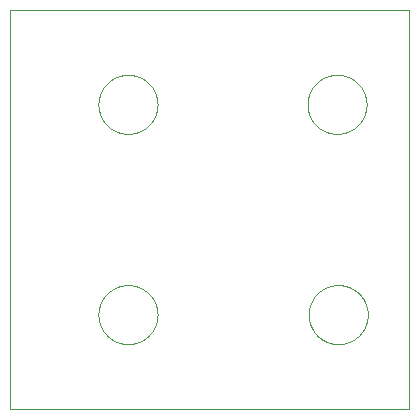
<source format=gbp>
G75*
%MOIN*%
%OFA0B0*%
%FSLAX25Y25*%
%IPPOS*%
%LPD*%
%AMOC8*
5,1,8,0,0,1.08239X$1,22.5*
%
%ADD10C,0.00000*%
D10*
X0001310Y0001539D02*
X0134381Y0001539D01*
X0134381Y0134610D01*
X0001310Y0134610D01*
X0001310Y0001539D01*
X0030798Y0032996D02*
X0030801Y0033238D01*
X0030810Y0033479D01*
X0030825Y0033720D01*
X0030845Y0033961D01*
X0030872Y0034201D01*
X0030905Y0034440D01*
X0030943Y0034679D01*
X0030987Y0034916D01*
X0031037Y0035153D01*
X0031093Y0035388D01*
X0031155Y0035621D01*
X0031222Y0035853D01*
X0031295Y0036084D01*
X0031373Y0036312D01*
X0031458Y0036538D01*
X0031547Y0036763D01*
X0031642Y0036985D01*
X0031743Y0037204D01*
X0031849Y0037422D01*
X0031960Y0037636D01*
X0032077Y0037848D01*
X0032198Y0038056D01*
X0032325Y0038262D01*
X0032457Y0038464D01*
X0032594Y0038664D01*
X0032735Y0038859D01*
X0032881Y0039052D01*
X0033032Y0039240D01*
X0033188Y0039425D01*
X0033348Y0039606D01*
X0033512Y0039783D01*
X0033681Y0039956D01*
X0033854Y0040125D01*
X0034031Y0040289D01*
X0034212Y0040449D01*
X0034397Y0040605D01*
X0034585Y0040756D01*
X0034778Y0040902D01*
X0034973Y0041043D01*
X0035173Y0041180D01*
X0035375Y0041312D01*
X0035581Y0041439D01*
X0035789Y0041560D01*
X0036001Y0041677D01*
X0036215Y0041788D01*
X0036433Y0041894D01*
X0036652Y0041995D01*
X0036874Y0042090D01*
X0037099Y0042179D01*
X0037325Y0042264D01*
X0037553Y0042342D01*
X0037784Y0042415D01*
X0038016Y0042482D01*
X0038249Y0042544D01*
X0038484Y0042600D01*
X0038721Y0042650D01*
X0038958Y0042694D01*
X0039197Y0042732D01*
X0039436Y0042765D01*
X0039676Y0042792D01*
X0039917Y0042812D01*
X0040158Y0042827D01*
X0040399Y0042836D01*
X0040641Y0042839D01*
X0040883Y0042836D01*
X0041124Y0042827D01*
X0041365Y0042812D01*
X0041606Y0042792D01*
X0041846Y0042765D01*
X0042085Y0042732D01*
X0042324Y0042694D01*
X0042561Y0042650D01*
X0042798Y0042600D01*
X0043033Y0042544D01*
X0043266Y0042482D01*
X0043498Y0042415D01*
X0043729Y0042342D01*
X0043957Y0042264D01*
X0044183Y0042179D01*
X0044408Y0042090D01*
X0044630Y0041995D01*
X0044849Y0041894D01*
X0045067Y0041788D01*
X0045281Y0041677D01*
X0045493Y0041560D01*
X0045701Y0041439D01*
X0045907Y0041312D01*
X0046109Y0041180D01*
X0046309Y0041043D01*
X0046504Y0040902D01*
X0046697Y0040756D01*
X0046885Y0040605D01*
X0047070Y0040449D01*
X0047251Y0040289D01*
X0047428Y0040125D01*
X0047601Y0039956D01*
X0047770Y0039783D01*
X0047934Y0039606D01*
X0048094Y0039425D01*
X0048250Y0039240D01*
X0048401Y0039052D01*
X0048547Y0038859D01*
X0048688Y0038664D01*
X0048825Y0038464D01*
X0048957Y0038262D01*
X0049084Y0038056D01*
X0049205Y0037848D01*
X0049322Y0037636D01*
X0049433Y0037422D01*
X0049539Y0037204D01*
X0049640Y0036985D01*
X0049735Y0036763D01*
X0049824Y0036538D01*
X0049909Y0036312D01*
X0049987Y0036084D01*
X0050060Y0035853D01*
X0050127Y0035621D01*
X0050189Y0035388D01*
X0050245Y0035153D01*
X0050295Y0034916D01*
X0050339Y0034679D01*
X0050377Y0034440D01*
X0050410Y0034201D01*
X0050437Y0033961D01*
X0050457Y0033720D01*
X0050472Y0033479D01*
X0050481Y0033238D01*
X0050484Y0032996D01*
X0050481Y0032754D01*
X0050472Y0032513D01*
X0050457Y0032272D01*
X0050437Y0032031D01*
X0050410Y0031791D01*
X0050377Y0031552D01*
X0050339Y0031313D01*
X0050295Y0031076D01*
X0050245Y0030839D01*
X0050189Y0030604D01*
X0050127Y0030371D01*
X0050060Y0030139D01*
X0049987Y0029908D01*
X0049909Y0029680D01*
X0049824Y0029454D01*
X0049735Y0029229D01*
X0049640Y0029007D01*
X0049539Y0028788D01*
X0049433Y0028570D01*
X0049322Y0028356D01*
X0049205Y0028144D01*
X0049084Y0027936D01*
X0048957Y0027730D01*
X0048825Y0027528D01*
X0048688Y0027328D01*
X0048547Y0027133D01*
X0048401Y0026940D01*
X0048250Y0026752D01*
X0048094Y0026567D01*
X0047934Y0026386D01*
X0047770Y0026209D01*
X0047601Y0026036D01*
X0047428Y0025867D01*
X0047251Y0025703D01*
X0047070Y0025543D01*
X0046885Y0025387D01*
X0046697Y0025236D01*
X0046504Y0025090D01*
X0046309Y0024949D01*
X0046109Y0024812D01*
X0045907Y0024680D01*
X0045701Y0024553D01*
X0045493Y0024432D01*
X0045281Y0024315D01*
X0045067Y0024204D01*
X0044849Y0024098D01*
X0044630Y0023997D01*
X0044408Y0023902D01*
X0044183Y0023813D01*
X0043957Y0023728D01*
X0043729Y0023650D01*
X0043498Y0023577D01*
X0043266Y0023510D01*
X0043033Y0023448D01*
X0042798Y0023392D01*
X0042561Y0023342D01*
X0042324Y0023298D01*
X0042085Y0023260D01*
X0041846Y0023227D01*
X0041606Y0023200D01*
X0041365Y0023180D01*
X0041124Y0023165D01*
X0040883Y0023156D01*
X0040641Y0023153D01*
X0040399Y0023156D01*
X0040158Y0023165D01*
X0039917Y0023180D01*
X0039676Y0023200D01*
X0039436Y0023227D01*
X0039197Y0023260D01*
X0038958Y0023298D01*
X0038721Y0023342D01*
X0038484Y0023392D01*
X0038249Y0023448D01*
X0038016Y0023510D01*
X0037784Y0023577D01*
X0037553Y0023650D01*
X0037325Y0023728D01*
X0037099Y0023813D01*
X0036874Y0023902D01*
X0036652Y0023997D01*
X0036433Y0024098D01*
X0036215Y0024204D01*
X0036001Y0024315D01*
X0035789Y0024432D01*
X0035581Y0024553D01*
X0035375Y0024680D01*
X0035173Y0024812D01*
X0034973Y0024949D01*
X0034778Y0025090D01*
X0034585Y0025236D01*
X0034397Y0025387D01*
X0034212Y0025543D01*
X0034031Y0025703D01*
X0033854Y0025867D01*
X0033681Y0026036D01*
X0033512Y0026209D01*
X0033348Y0026386D01*
X0033188Y0026567D01*
X0033032Y0026752D01*
X0032881Y0026940D01*
X0032735Y0027133D01*
X0032594Y0027328D01*
X0032457Y0027528D01*
X0032325Y0027730D01*
X0032198Y0027936D01*
X0032077Y0028144D01*
X0031960Y0028356D01*
X0031849Y0028570D01*
X0031743Y0028788D01*
X0031642Y0029007D01*
X0031547Y0029229D01*
X0031458Y0029454D01*
X0031373Y0029680D01*
X0031295Y0029908D01*
X0031222Y0030139D01*
X0031155Y0030371D01*
X0031093Y0030604D01*
X0031037Y0030839D01*
X0030987Y0031076D01*
X0030943Y0031313D01*
X0030905Y0031552D01*
X0030872Y0031791D01*
X0030845Y0032031D01*
X0030825Y0032272D01*
X0030810Y0032513D01*
X0030801Y0032754D01*
X0030798Y0032996D01*
X0030798Y0103075D02*
X0030801Y0103317D01*
X0030810Y0103558D01*
X0030825Y0103799D01*
X0030845Y0104040D01*
X0030872Y0104280D01*
X0030905Y0104519D01*
X0030943Y0104758D01*
X0030987Y0104995D01*
X0031037Y0105232D01*
X0031093Y0105467D01*
X0031155Y0105700D01*
X0031222Y0105932D01*
X0031295Y0106163D01*
X0031373Y0106391D01*
X0031458Y0106617D01*
X0031547Y0106842D01*
X0031642Y0107064D01*
X0031743Y0107283D01*
X0031849Y0107501D01*
X0031960Y0107715D01*
X0032077Y0107927D01*
X0032198Y0108135D01*
X0032325Y0108341D01*
X0032457Y0108543D01*
X0032594Y0108743D01*
X0032735Y0108938D01*
X0032881Y0109131D01*
X0033032Y0109319D01*
X0033188Y0109504D01*
X0033348Y0109685D01*
X0033512Y0109862D01*
X0033681Y0110035D01*
X0033854Y0110204D01*
X0034031Y0110368D01*
X0034212Y0110528D01*
X0034397Y0110684D01*
X0034585Y0110835D01*
X0034778Y0110981D01*
X0034973Y0111122D01*
X0035173Y0111259D01*
X0035375Y0111391D01*
X0035581Y0111518D01*
X0035789Y0111639D01*
X0036001Y0111756D01*
X0036215Y0111867D01*
X0036433Y0111973D01*
X0036652Y0112074D01*
X0036874Y0112169D01*
X0037099Y0112258D01*
X0037325Y0112343D01*
X0037553Y0112421D01*
X0037784Y0112494D01*
X0038016Y0112561D01*
X0038249Y0112623D01*
X0038484Y0112679D01*
X0038721Y0112729D01*
X0038958Y0112773D01*
X0039197Y0112811D01*
X0039436Y0112844D01*
X0039676Y0112871D01*
X0039917Y0112891D01*
X0040158Y0112906D01*
X0040399Y0112915D01*
X0040641Y0112918D01*
X0040883Y0112915D01*
X0041124Y0112906D01*
X0041365Y0112891D01*
X0041606Y0112871D01*
X0041846Y0112844D01*
X0042085Y0112811D01*
X0042324Y0112773D01*
X0042561Y0112729D01*
X0042798Y0112679D01*
X0043033Y0112623D01*
X0043266Y0112561D01*
X0043498Y0112494D01*
X0043729Y0112421D01*
X0043957Y0112343D01*
X0044183Y0112258D01*
X0044408Y0112169D01*
X0044630Y0112074D01*
X0044849Y0111973D01*
X0045067Y0111867D01*
X0045281Y0111756D01*
X0045493Y0111639D01*
X0045701Y0111518D01*
X0045907Y0111391D01*
X0046109Y0111259D01*
X0046309Y0111122D01*
X0046504Y0110981D01*
X0046697Y0110835D01*
X0046885Y0110684D01*
X0047070Y0110528D01*
X0047251Y0110368D01*
X0047428Y0110204D01*
X0047601Y0110035D01*
X0047770Y0109862D01*
X0047934Y0109685D01*
X0048094Y0109504D01*
X0048250Y0109319D01*
X0048401Y0109131D01*
X0048547Y0108938D01*
X0048688Y0108743D01*
X0048825Y0108543D01*
X0048957Y0108341D01*
X0049084Y0108135D01*
X0049205Y0107927D01*
X0049322Y0107715D01*
X0049433Y0107501D01*
X0049539Y0107283D01*
X0049640Y0107064D01*
X0049735Y0106842D01*
X0049824Y0106617D01*
X0049909Y0106391D01*
X0049987Y0106163D01*
X0050060Y0105932D01*
X0050127Y0105700D01*
X0050189Y0105467D01*
X0050245Y0105232D01*
X0050295Y0104995D01*
X0050339Y0104758D01*
X0050377Y0104519D01*
X0050410Y0104280D01*
X0050437Y0104040D01*
X0050457Y0103799D01*
X0050472Y0103558D01*
X0050481Y0103317D01*
X0050484Y0103075D01*
X0050481Y0102833D01*
X0050472Y0102592D01*
X0050457Y0102351D01*
X0050437Y0102110D01*
X0050410Y0101870D01*
X0050377Y0101631D01*
X0050339Y0101392D01*
X0050295Y0101155D01*
X0050245Y0100918D01*
X0050189Y0100683D01*
X0050127Y0100450D01*
X0050060Y0100218D01*
X0049987Y0099987D01*
X0049909Y0099759D01*
X0049824Y0099533D01*
X0049735Y0099308D01*
X0049640Y0099086D01*
X0049539Y0098867D01*
X0049433Y0098649D01*
X0049322Y0098435D01*
X0049205Y0098223D01*
X0049084Y0098015D01*
X0048957Y0097809D01*
X0048825Y0097607D01*
X0048688Y0097407D01*
X0048547Y0097212D01*
X0048401Y0097019D01*
X0048250Y0096831D01*
X0048094Y0096646D01*
X0047934Y0096465D01*
X0047770Y0096288D01*
X0047601Y0096115D01*
X0047428Y0095946D01*
X0047251Y0095782D01*
X0047070Y0095622D01*
X0046885Y0095466D01*
X0046697Y0095315D01*
X0046504Y0095169D01*
X0046309Y0095028D01*
X0046109Y0094891D01*
X0045907Y0094759D01*
X0045701Y0094632D01*
X0045493Y0094511D01*
X0045281Y0094394D01*
X0045067Y0094283D01*
X0044849Y0094177D01*
X0044630Y0094076D01*
X0044408Y0093981D01*
X0044183Y0093892D01*
X0043957Y0093807D01*
X0043729Y0093729D01*
X0043498Y0093656D01*
X0043266Y0093589D01*
X0043033Y0093527D01*
X0042798Y0093471D01*
X0042561Y0093421D01*
X0042324Y0093377D01*
X0042085Y0093339D01*
X0041846Y0093306D01*
X0041606Y0093279D01*
X0041365Y0093259D01*
X0041124Y0093244D01*
X0040883Y0093235D01*
X0040641Y0093232D01*
X0040399Y0093235D01*
X0040158Y0093244D01*
X0039917Y0093259D01*
X0039676Y0093279D01*
X0039436Y0093306D01*
X0039197Y0093339D01*
X0038958Y0093377D01*
X0038721Y0093421D01*
X0038484Y0093471D01*
X0038249Y0093527D01*
X0038016Y0093589D01*
X0037784Y0093656D01*
X0037553Y0093729D01*
X0037325Y0093807D01*
X0037099Y0093892D01*
X0036874Y0093981D01*
X0036652Y0094076D01*
X0036433Y0094177D01*
X0036215Y0094283D01*
X0036001Y0094394D01*
X0035789Y0094511D01*
X0035581Y0094632D01*
X0035375Y0094759D01*
X0035173Y0094891D01*
X0034973Y0095028D01*
X0034778Y0095169D01*
X0034585Y0095315D01*
X0034397Y0095466D01*
X0034212Y0095622D01*
X0034031Y0095782D01*
X0033854Y0095946D01*
X0033681Y0096115D01*
X0033512Y0096288D01*
X0033348Y0096465D01*
X0033188Y0096646D01*
X0033032Y0096831D01*
X0032881Y0097019D01*
X0032735Y0097212D01*
X0032594Y0097407D01*
X0032457Y0097607D01*
X0032325Y0097809D01*
X0032198Y0098015D01*
X0032077Y0098223D01*
X0031960Y0098435D01*
X0031849Y0098649D01*
X0031743Y0098867D01*
X0031642Y0099086D01*
X0031547Y0099308D01*
X0031458Y0099533D01*
X0031373Y0099759D01*
X0031295Y0099987D01*
X0031222Y0100218D01*
X0031155Y0100450D01*
X0031093Y0100683D01*
X0031037Y0100918D01*
X0030987Y0101155D01*
X0030943Y0101392D01*
X0030905Y0101631D01*
X0030872Y0101870D01*
X0030845Y0102110D01*
X0030825Y0102351D01*
X0030810Y0102592D01*
X0030801Y0102833D01*
X0030798Y0103075D01*
X0100483Y0103075D02*
X0100486Y0103317D01*
X0100495Y0103558D01*
X0100510Y0103799D01*
X0100530Y0104040D01*
X0100557Y0104280D01*
X0100590Y0104519D01*
X0100628Y0104758D01*
X0100672Y0104995D01*
X0100722Y0105232D01*
X0100778Y0105467D01*
X0100840Y0105700D01*
X0100907Y0105932D01*
X0100980Y0106163D01*
X0101058Y0106391D01*
X0101143Y0106617D01*
X0101232Y0106842D01*
X0101327Y0107064D01*
X0101428Y0107283D01*
X0101534Y0107501D01*
X0101645Y0107715D01*
X0101762Y0107927D01*
X0101883Y0108135D01*
X0102010Y0108341D01*
X0102142Y0108543D01*
X0102279Y0108743D01*
X0102420Y0108938D01*
X0102566Y0109131D01*
X0102717Y0109319D01*
X0102873Y0109504D01*
X0103033Y0109685D01*
X0103197Y0109862D01*
X0103366Y0110035D01*
X0103539Y0110204D01*
X0103716Y0110368D01*
X0103897Y0110528D01*
X0104082Y0110684D01*
X0104270Y0110835D01*
X0104463Y0110981D01*
X0104658Y0111122D01*
X0104858Y0111259D01*
X0105060Y0111391D01*
X0105266Y0111518D01*
X0105474Y0111639D01*
X0105686Y0111756D01*
X0105900Y0111867D01*
X0106118Y0111973D01*
X0106337Y0112074D01*
X0106559Y0112169D01*
X0106784Y0112258D01*
X0107010Y0112343D01*
X0107238Y0112421D01*
X0107469Y0112494D01*
X0107701Y0112561D01*
X0107934Y0112623D01*
X0108169Y0112679D01*
X0108406Y0112729D01*
X0108643Y0112773D01*
X0108882Y0112811D01*
X0109121Y0112844D01*
X0109361Y0112871D01*
X0109602Y0112891D01*
X0109843Y0112906D01*
X0110084Y0112915D01*
X0110326Y0112918D01*
X0110568Y0112915D01*
X0110809Y0112906D01*
X0111050Y0112891D01*
X0111291Y0112871D01*
X0111531Y0112844D01*
X0111770Y0112811D01*
X0112009Y0112773D01*
X0112246Y0112729D01*
X0112483Y0112679D01*
X0112718Y0112623D01*
X0112951Y0112561D01*
X0113183Y0112494D01*
X0113414Y0112421D01*
X0113642Y0112343D01*
X0113868Y0112258D01*
X0114093Y0112169D01*
X0114315Y0112074D01*
X0114534Y0111973D01*
X0114752Y0111867D01*
X0114966Y0111756D01*
X0115178Y0111639D01*
X0115386Y0111518D01*
X0115592Y0111391D01*
X0115794Y0111259D01*
X0115994Y0111122D01*
X0116189Y0110981D01*
X0116382Y0110835D01*
X0116570Y0110684D01*
X0116755Y0110528D01*
X0116936Y0110368D01*
X0117113Y0110204D01*
X0117286Y0110035D01*
X0117455Y0109862D01*
X0117619Y0109685D01*
X0117779Y0109504D01*
X0117935Y0109319D01*
X0118086Y0109131D01*
X0118232Y0108938D01*
X0118373Y0108743D01*
X0118510Y0108543D01*
X0118642Y0108341D01*
X0118769Y0108135D01*
X0118890Y0107927D01*
X0119007Y0107715D01*
X0119118Y0107501D01*
X0119224Y0107283D01*
X0119325Y0107064D01*
X0119420Y0106842D01*
X0119509Y0106617D01*
X0119594Y0106391D01*
X0119672Y0106163D01*
X0119745Y0105932D01*
X0119812Y0105700D01*
X0119874Y0105467D01*
X0119930Y0105232D01*
X0119980Y0104995D01*
X0120024Y0104758D01*
X0120062Y0104519D01*
X0120095Y0104280D01*
X0120122Y0104040D01*
X0120142Y0103799D01*
X0120157Y0103558D01*
X0120166Y0103317D01*
X0120169Y0103075D01*
X0120166Y0102833D01*
X0120157Y0102592D01*
X0120142Y0102351D01*
X0120122Y0102110D01*
X0120095Y0101870D01*
X0120062Y0101631D01*
X0120024Y0101392D01*
X0119980Y0101155D01*
X0119930Y0100918D01*
X0119874Y0100683D01*
X0119812Y0100450D01*
X0119745Y0100218D01*
X0119672Y0099987D01*
X0119594Y0099759D01*
X0119509Y0099533D01*
X0119420Y0099308D01*
X0119325Y0099086D01*
X0119224Y0098867D01*
X0119118Y0098649D01*
X0119007Y0098435D01*
X0118890Y0098223D01*
X0118769Y0098015D01*
X0118642Y0097809D01*
X0118510Y0097607D01*
X0118373Y0097407D01*
X0118232Y0097212D01*
X0118086Y0097019D01*
X0117935Y0096831D01*
X0117779Y0096646D01*
X0117619Y0096465D01*
X0117455Y0096288D01*
X0117286Y0096115D01*
X0117113Y0095946D01*
X0116936Y0095782D01*
X0116755Y0095622D01*
X0116570Y0095466D01*
X0116382Y0095315D01*
X0116189Y0095169D01*
X0115994Y0095028D01*
X0115794Y0094891D01*
X0115592Y0094759D01*
X0115386Y0094632D01*
X0115178Y0094511D01*
X0114966Y0094394D01*
X0114752Y0094283D01*
X0114534Y0094177D01*
X0114315Y0094076D01*
X0114093Y0093981D01*
X0113868Y0093892D01*
X0113642Y0093807D01*
X0113414Y0093729D01*
X0113183Y0093656D01*
X0112951Y0093589D01*
X0112718Y0093527D01*
X0112483Y0093471D01*
X0112246Y0093421D01*
X0112009Y0093377D01*
X0111770Y0093339D01*
X0111531Y0093306D01*
X0111291Y0093279D01*
X0111050Y0093259D01*
X0110809Y0093244D01*
X0110568Y0093235D01*
X0110326Y0093232D01*
X0110084Y0093235D01*
X0109843Y0093244D01*
X0109602Y0093259D01*
X0109361Y0093279D01*
X0109121Y0093306D01*
X0108882Y0093339D01*
X0108643Y0093377D01*
X0108406Y0093421D01*
X0108169Y0093471D01*
X0107934Y0093527D01*
X0107701Y0093589D01*
X0107469Y0093656D01*
X0107238Y0093729D01*
X0107010Y0093807D01*
X0106784Y0093892D01*
X0106559Y0093981D01*
X0106337Y0094076D01*
X0106118Y0094177D01*
X0105900Y0094283D01*
X0105686Y0094394D01*
X0105474Y0094511D01*
X0105266Y0094632D01*
X0105060Y0094759D01*
X0104858Y0094891D01*
X0104658Y0095028D01*
X0104463Y0095169D01*
X0104270Y0095315D01*
X0104082Y0095466D01*
X0103897Y0095622D01*
X0103716Y0095782D01*
X0103539Y0095946D01*
X0103366Y0096115D01*
X0103197Y0096288D01*
X0103033Y0096465D01*
X0102873Y0096646D01*
X0102717Y0096831D01*
X0102566Y0097019D01*
X0102420Y0097212D01*
X0102279Y0097407D01*
X0102142Y0097607D01*
X0102010Y0097809D01*
X0101883Y0098015D01*
X0101762Y0098223D01*
X0101645Y0098435D01*
X0101534Y0098649D01*
X0101428Y0098867D01*
X0101327Y0099086D01*
X0101232Y0099308D01*
X0101143Y0099533D01*
X0101058Y0099759D01*
X0100980Y0099987D01*
X0100907Y0100218D01*
X0100840Y0100450D01*
X0100778Y0100683D01*
X0100722Y0100918D01*
X0100672Y0101155D01*
X0100628Y0101392D01*
X0100590Y0101631D01*
X0100557Y0101870D01*
X0100530Y0102110D01*
X0100510Y0102351D01*
X0100495Y0102592D01*
X0100486Y0102833D01*
X0100483Y0103075D01*
X0100876Y0032996D02*
X0100879Y0033238D01*
X0100888Y0033479D01*
X0100903Y0033720D01*
X0100923Y0033961D01*
X0100950Y0034201D01*
X0100983Y0034440D01*
X0101021Y0034679D01*
X0101065Y0034916D01*
X0101115Y0035153D01*
X0101171Y0035388D01*
X0101233Y0035621D01*
X0101300Y0035853D01*
X0101373Y0036084D01*
X0101451Y0036312D01*
X0101536Y0036538D01*
X0101625Y0036763D01*
X0101720Y0036985D01*
X0101821Y0037204D01*
X0101927Y0037422D01*
X0102038Y0037636D01*
X0102155Y0037848D01*
X0102276Y0038056D01*
X0102403Y0038262D01*
X0102535Y0038464D01*
X0102672Y0038664D01*
X0102813Y0038859D01*
X0102959Y0039052D01*
X0103110Y0039240D01*
X0103266Y0039425D01*
X0103426Y0039606D01*
X0103590Y0039783D01*
X0103759Y0039956D01*
X0103932Y0040125D01*
X0104109Y0040289D01*
X0104290Y0040449D01*
X0104475Y0040605D01*
X0104663Y0040756D01*
X0104856Y0040902D01*
X0105051Y0041043D01*
X0105251Y0041180D01*
X0105453Y0041312D01*
X0105659Y0041439D01*
X0105867Y0041560D01*
X0106079Y0041677D01*
X0106293Y0041788D01*
X0106511Y0041894D01*
X0106730Y0041995D01*
X0106952Y0042090D01*
X0107177Y0042179D01*
X0107403Y0042264D01*
X0107631Y0042342D01*
X0107862Y0042415D01*
X0108094Y0042482D01*
X0108327Y0042544D01*
X0108562Y0042600D01*
X0108799Y0042650D01*
X0109036Y0042694D01*
X0109275Y0042732D01*
X0109514Y0042765D01*
X0109754Y0042792D01*
X0109995Y0042812D01*
X0110236Y0042827D01*
X0110477Y0042836D01*
X0110719Y0042839D01*
X0110961Y0042836D01*
X0111202Y0042827D01*
X0111443Y0042812D01*
X0111684Y0042792D01*
X0111924Y0042765D01*
X0112163Y0042732D01*
X0112402Y0042694D01*
X0112639Y0042650D01*
X0112876Y0042600D01*
X0113111Y0042544D01*
X0113344Y0042482D01*
X0113576Y0042415D01*
X0113807Y0042342D01*
X0114035Y0042264D01*
X0114261Y0042179D01*
X0114486Y0042090D01*
X0114708Y0041995D01*
X0114927Y0041894D01*
X0115145Y0041788D01*
X0115359Y0041677D01*
X0115571Y0041560D01*
X0115779Y0041439D01*
X0115985Y0041312D01*
X0116187Y0041180D01*
X0116387Y0041043D01*
X0116582Y0040902D01*
X0116775Y0040756D01*
X0116963Y0040605D01*
X0117148Y0040449D01*
X0117329Y0040289D01*
X0117506Y0040125D01*
X0117679Y0039956D01*
X0117848Y0039783D01*
X0118012Y0039606D01*
X0118172Y0039425D01*
X0118328Y0039240D01*
X0118479Y0039052D01*
X0118625Y0038859D01*
X0118766Y0038664D01*
X0118903Y0038464D01*
X0119035Y0038262D01*
X0119162Y0038056D01*
X0119283Y0037848D01*
X0119400Y0037636D01*
X0119511Y0037422D01*
X0119617Y0037204D01*
X0119718Y0036985D01*
X0119813Y0036763D01*
X0119902Y0036538D01*
X0119987Y0036312D01*
X0120065Y0036084D01*
X0120138Y0035853D01*
X0120205Y0035621D01*
X0120267Y0035388D01*
X0120323Y0035153D01*
X0120373Y0034916D01*
X0120417Y0034679D01*
X0120455Y0034440D01*
X0120488Y0034201D01*
X0120515Y0033961D01*
X0120535Y0033720D01*
X0120550Y0033479D01*
X0120559Y0033238D01*
X0120562Y0032996D01*
X0120559Y0032754D01*
X0120550Y0032513D01*
X0120535Y0032272D01*
X0120515Y0032031D01*
X0120488Y0031791D01*
X0120455Y0031552D01*
X0120417Y0031313D01*
X0120373Y0031076D01*
X0120323Y0030839D01*
X0120267Y0030604D01*
X0120205Y0030371D01*
X0120138Y0030139D01*
X0120065Y0029908D01*
X0119987Y0029680D01*
X0119902Y0029454D01*
X0119813Y0029229D01*
X0119718Y0029007D01*
X0119617Y0028788D01*
X0119511Y0028570D01*
X0119400Y0028356D01*
X0119283Y0028144D01*
X0119162Y0027936D01*
X0119035Y0027730D01*
X0118903Y0027528D01*
X0118766Y0027328D01*
X0118625Y0027133D01*
X0118479Y0026940D01*
X0118328Y0026752D01*
X0118172Y0026567D01*
X0118012Y0026386D01*
X0117848Y0026209D01*
X0117679Y0026036D01*
X0117506Y0025867D01*
X0117329Y0025703D01*
X0117148Y0025543D01*
X0116963Y0025387D01*
X0116775Y0025236D01*
X0116582Y0025090D01*
X0116387Y0024949D01*
X0116187Y0024812D01*
X0115985Y0024680D01*
X0115779Y0024553D01*
X0115571Y0024432D01*
X0115359Y0024315D01*
X0115145Y0024204D01*
X0114927Y0024098D01*
X0114708Y0023997D01*
X0114486Y0023902D01*
X0114261Y0023813D01*
X0114035Y0023728D01*
X0113807Y0023650D01*
X0113576Y0023577D01*
X0113344Y0023510D01*
X0113111Y0023448D01*
X0112876Y0023392D01*
X0112639Y0023342D01*
X0112402Y0023298D01*
X0112163Y0023260D01*
X0111924Y0023227D01*
X0111684Y0023200D01*
X0111443Y0023180D01*
X0111202Y0023165D01*
X0110961Y0023156D01*
X0110719Y0023153D01*
X0110477Y0023156D01*
X0110236Y0023165D01*
X0109995Y0023180D01*
X0109754Y0023200D01*
X0109514Y0023227D01*
X0109275Y0023260D01*
X0109036Y0023298D01*
X0108799Y0023342D01*
X0108562Y0023392D01*
X0108327Y0023448D01*
X0108094Y0023510D01*
X0107862Y0023577D01*
X0107631Y0023650D01*
X0107403Y0023728D01*
X0107177Y0023813D01*
X0106952Y0023902D01*
X0106730Y0023997D01*
X0106511Y0024098D01*
X0106293Y0024204D01*
X0106079Y0024315D01*
X0105867Y0024432D01*
X0105659Y0024553D01*
X0105453Y0024680D01*
X0105251Y0024812D01*
X0105051Y0024949D01*
X0104856Y0025090D01*
X0104663Y0025236D01*
X0104475Y0025387D01*
X0104290Y0025543D01*
X0104109Y0025703D01*
X0103932Y0025867D01*
X0103759Y0026036D01*
X0103590Y0026209D01*
X0103426Y0026386D01*
X0103266Y0026567D01*
X0103110Y0026752D01*
X0102959Y0026940D01*
X0102813Y0027133D01*
X0102672Y0027328D01*
X0102535Y0027528D01*
X0102403Y0027730D01*
X0102276Y0027936D01*
X0102155Y0028144D01*
X0102038Y0028356D01*
X0101927Y0028570D01*
X0101821Y0028788D01*
X0101720Y0029007D01*
X0101625Y0029229D01*
X0101536Y0029454D01*
X0101451Y0029680D01*
X0101373Y0029908D01*
X0101300Y0030139D01*
X0101233Y0030371D01*
X0101171Y0030604D01*
X0101115Y0030839D01*
X0101065Y0031076D01*
X0101021Y0031313D01*
X0100983Y0031552D01*
X0100950Y0031791D01*
X0100923Y0032031D01*
X0100903Y0032272D01*
X0100888Y0032513D01*
X0100879Y0032754D01*
X0100876Y0032996D01*
M02*

</source>
